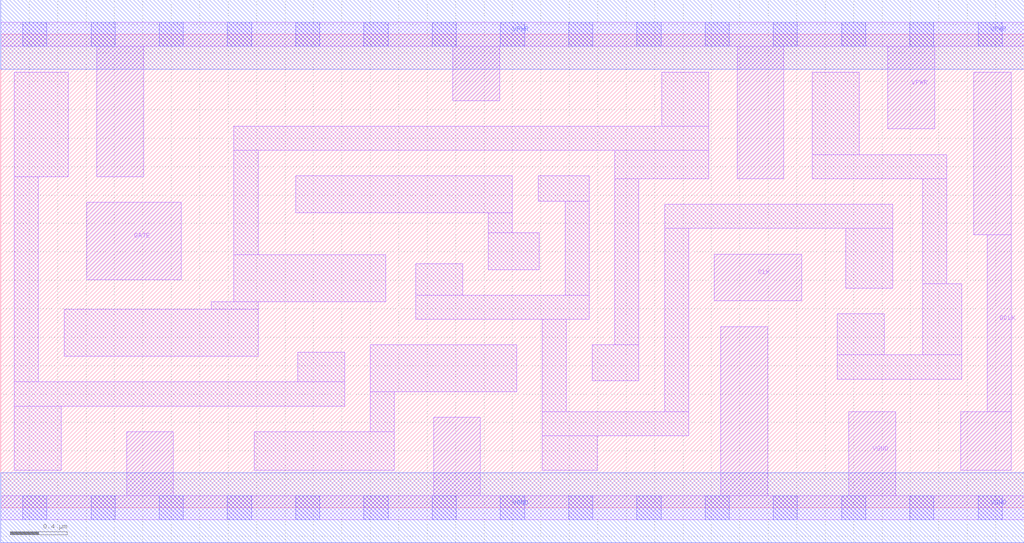
<source format=lef>
# Copyright 2020 The SkyWater PDK Authors
#
# Licensed under the Apache License, Version 2.0 (the "License");
# you may not use this file except in compliance with the License.
# You may obtain a copy of the License at
#
#     https://www.apache.org/licenses/LICENSE-2.0
#
# Unless required by applicable law or agreed to in writing, software
# distributed under the License is distributed on an "AS IS" BASIS,
# WITHOUT WARRANTIES OR CONDITIONS OF ANY KIND, either express or implied.
# See the License for the specific language governing permissions and
# limitations under the License.
#
# SPDX-License-Identifier: Apache-2.0

VERSION 5.7 ;
  NAMESCASESENSITIVE ON ;
  NOWIREEXTENSIONATPIN ON ;
  DIVIDERCHAR "/" ;
  BUSBITCHARS "[]" ;
UNITS
  DATABASE MICRONS 200 ;
END UNITS
MACRO sky130_fd_sc_lp__dlclkp_lp
  CLASS CORE ;
  SOURCE USER ;
  FOREIGN sky130_fd_sc_lp__dlclkp_lp ;
  ORIGIN  0.000000  0.000000 ;
  SIZE  7.200000 BY  3.330000 ;
  SYMMETRY X Y R90 ;
  SITE unit ;
  PIN GATE
    ANTENNAGATEAREA  0.313000 ;
    DIRECTION INPUT ;
    USE SIGNAL ;
    PORT
      LAYER li1 ;
        RECT 0.605000 1.605000 1.270000 2.150000 ;
    END
  END GATE
  PIN GCLK
    ANTENNADIFFAREA  0.389700 ;
    DIRECTION OUTPUT ;
    USE SIGNAL ;
    PORT
      LAYER li1 ;
        RECT 6.755000 0.265000 7.110000 0.675000 ;
        RECT 6.845000 1.920000 7.110000 3.065000 ;
        RECT 6.940000 0.675000 7.110000 1.920000 ;
    END
  END GCLK
  PIN CLK
    ANTENNAGATEAREA  0.689000 ;
    DIRECTION INPUT ;
    USE CLOCK ;
    PORT
      LAYER li1 ;
        RECT 5.020000 1.455000 5.635000 1.785000 ;
    END
  END CLK
  PIN VGND
    DIRECTION INOUT ;
    USE GROUND ;
    PORT
      LAYER li1 ;
        RECT 0.000000 -0.085000 7.200000 0.085000 ;
        RECT 0.885000  0.085000 1.215000 0.535000 ;
        RECT 3.045000  0.085000 3.375000 0.635000 ;
        RECT 5.065000  0.085000 5.395000 1.275000 ;
        RECT 5.965000  0.085000 6.295000 0.675000 ;
      LAYER mcon ;
        RECT 0.155000 -0.085000 0.325000 0.085000 ;
        RECT 0.635000 -0.085000 0.805000 0.085000 ;
        RECT 1.115000 -0.085000 1.285000 0.085000 ;
        RECT 1.595000 -0.085000 1.765000 0.085000 ;
        RECT 2.075000 -0.085000 2.245000 0.085000 ;
        RECT 2.555000 -0.085000 2.725000 0.085000 ;
        RECT 3.035000 -0.085000 3.205000 0.085000 ;
        RECT 3.515000 -0.085000 3.685000 0.085000 ;
        RECT 3.995000 -0.085000 4.165000 0.085000 ;
        RECT 4.475000 -0.085000 4.645000 0.085000 ;
        RECT 4.955000 -0.085000 5.125000 0.085000 ;
        RECT 5.435000 -0.085000 5.605000 0.085000 ;
        RECT 5.915000 -0.085000 6.085000 0.085000 ;
        RECT 6.395000 -0.085000 6.565000 0.085000 ;
        RECT 6.875000 -0.085000 7.045000 0.085000 ;
      LAYER met1 ;
        RECT 0.000000 -0.245000 7.200000 0.245000 ;
    END
  END VGND
  PIN VPWR
    DIRECTION INOUT ;
    USE POWER ;
    PORT
      LAYER li1 ;
        RECT 0.000000 3.245000 7.200000 3.415000 ;
        RECT 0.675000 2.330000 1.005000 3.245000 ;
        RECT 3.180000 2.865000 3.510000 3.245000 ;
        RECT 5.180000 2.315000 5.510000 3.245000 ;
        RECT 6.240000 2.665000 6.570000 3.245000 ;
      LAYER mcon ;
        RECT 0.155000 3.245000 0.325000 3.415000 ;
        RECT 0.635000 3.245000 0.805000 3.415000 ;
        RECT 1.115000 3.245000 1.285000 3.415000 ;
        RECT 1.595000 3.245000 1.765000 3.415000 ;
        RECT 2.075000 3.245000 2.245000 3.415000 ;
        RECT 2.555000 3.245000 2.725000 3.415000 ;
        RECT 3.035000 3.245000 3.205000 3.415000 ;
        RECT 3.515000 3.245000 3.685000 3.415000 ;
        RECT 3.995000 3.245000 4.165000 3.415000 ;
        RECT 4.475000 3.245000 4.645000 3.415000 ;
        RECT 4.955000 3.245000 5.125000 3.415000 ;
        RECT 5.435000 3.245000 5.605000 3.415000 ;
        RECT 5.915000 3.245000 6.085000 3.415000 ;
        RECT 6.395000 3.245000 6.565000 3.415000 ;
        RECT 6.875000 3.245000 7.045000 3.415000 ;
      LAYER met1 ;
        RECT 0.000000 3.085000 7.200000 3.575000 ;
    END
  END VPWR
  OBS
    LAYER li1 ;
      RECT 0.095000 0.265000 0.425000 0.715000 ;
      RECT 0.095000 0.715000 2.420000 0.885000 ;
      RECT 0.095000 0.885000 0.265000 2.330000 ;
      RECT 0.095000 2.330000 0.475000 3.065000 ;
      RECT 0.445000 1.065000 1.810000 1.395000 ;
      RECT 1.480000 1.395000 1.810000 1.450000 ;
      RECT 1.640000 1.450000 2.710000 1.780000 ;
      RECT 1.640000 1.780000 1.810000 2.515000 ;
      RECT 1.640000 2.515000 4.980000 2.685000 ;
      RECT 1.785000 0.265000 2.770000 0.535000 ;
      RECT 2.075000 2.075000 3.600000 2.335000 ;
      RECT 2.090000 0.885000 2.420000 1.095000 ;
      RECT 2.600000 0.535000 2.770000 0.815000 ;
      RECT 2.600000 0.815000 3.630000 1.145000 ;
      RECT 2.920000 1.325000 4.140000 1.495000 ;
      RECT 2.920000 1.495000 3.250000 1.715000 ;
      RECT 3.430000 1.675000 3.790000 1.935000 ;
      RECT 3.430000 1.935000 3.600000 2.075000 ;
      RECT 3.780000 2.155000 4.140000 2.335000 ;
      RECT 3.810000 0.265000 4.195000 0.505000 ;
      RECT 3.810000 0.505000 4.840000 0.675000 ;
      RECT 3.810000 0.675000 3.980000 1.325000 ;
      RECT 3.970000 1.495000 4.140000 2.155000 ;
      RECT 4.160000 0.895000 4.490000 1.145000 ;
      RECT 4.320000 1.145000 4.490000 2.315000 ;
      RECT 4.320000 2.315000 4.980000 2.515000 ;
      RECT 4.650000 2.685000 4.980000 3.065000 ;
      RECT 4.670000 0.675000 4.840000 1.965000 ;
      RECT 4.670000 1.965000 6.275000 2.135000 ;
      RECT 5.710000 2.315000 6.655000 2.485000 ;
      RECT 5.710000 2.485000 6.040000 3.065000 ;
      RECT 5.885000 0.905000 6.760000 1.075000 ;
      RECT 5.885000 1.075000 6.215000 1.365000 ;
      RECT 5.945000 1.545000 6.275000 1.965000 ;
      RECT 6.485000 1.075000 6.760000 1.575000 ;
      RECT 6.485000 1.575000 6.655000 2.315000 ;
  END
END sky130_fd_sc_lp__dlclkp_lp

</source>
